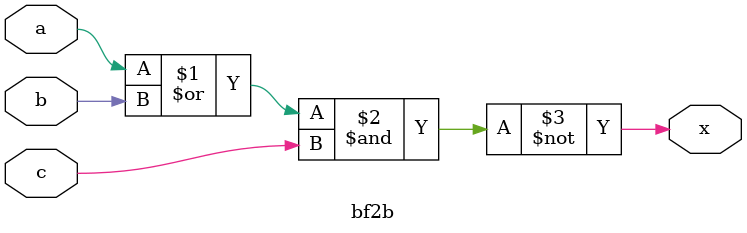
<source format=v>
`timescale 1ns / 1ps


module bf2b(
    input a,b,c,
    output x
    );
assign x = ~((a|b)&c);
endmodule

</source>
